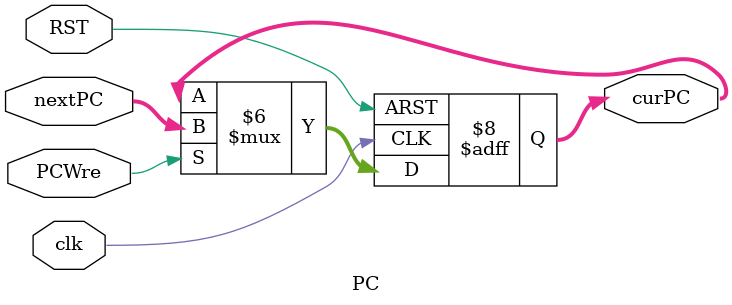
<source format=v>
`timescale 1ns / 1ps


module PC(
    input clk,
    input RST,
    input PCWre,
    input [31:0] nextPC,
    output reg[31:0] curPC
    );
    
    initial begin   
        curPC <= 0;
    end
    
    always@(posedge clk or negedge RST) begin
        if(!RST) begin
            curPC <= 0;
        end
        else begin
            if(PCWre == 1) begin
                curPC <= nextPC;
            end
            else begin
                curPC <= curPC;
            end
        end
    end
    
endmodule

</source>
